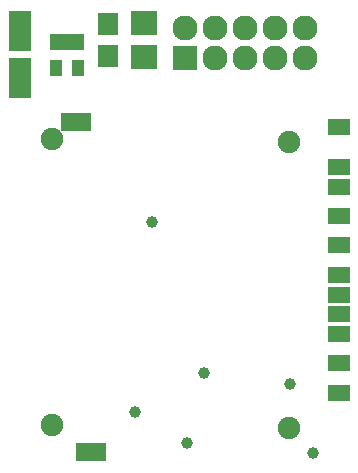
<source format=gts>
G04 #@! TF.FileFunction,Soldermask,Top*
%FSLAX46Y46*%
G04 Gerber Fmt 4.6, Leading zero omitted, Abs format (unit mm)*
G04 Created by KiCad (PCBNEW 4.0.2-stable) date 26.07.2016 22:38:52*
%MOMM*%
G01*
G04 APERTURE LIST*
%ADD10C,0.100000*%
%ADD11C,1.000000*%
%ADD12R,1.901140X3.399740*%
%ADD13R,1.900000X1.400000*%
%ADD14R,2.600000X1.600000*%
%ADD15C,1.900000*%
%ADD16R,2.200860X1.997660*%
%ADD17R,2.127200X2.127200*%
%ADD18O,2.127200X2.127200*%
%ADD19R,1.700000X1.900000*%
%ADD20R,1.050000X1.460000*%
G04 APERTURE END LIST*
D10*
D11*
X96600000Y-131700000D03*
X90750000Y-135000000D03*
X103900000Y-132650000D03*
X105800000Y-138500000D03*
X92200000Y-118900000D03*
D12*
X81000000Y-102751020D03*
X81000000Y-106748980D03*
D13*
X108000000Y-130875000D03*
X108000000Y-128375000D03*
X108000000Y-125075000D03*
X108000000Y-123375000D03*
X108000000Y-120875000D03*
X108000000Y-118375000D03*
X108000000Y-115950000D03*
X108000000Y-114250000D03*
X108000000Y-133375000D03*
X108000000Y-126725000D03*
X108000000Y-110900000D03*
D14*
X87000000Y-138400000D03*
X85800000Y-110400000D03*
D15*
X83700000Y-136100000D03*
X83700000Y-111900000D03*
D16*
X91500000Y-104919860D03*
X91500000Y-102080140D03*
D17*
X95000000Y-105000000D03*
D18*
X95000000Y-102460000D03*
X97540000Y-105000000D03*
X97540000Y-102460000D03*
X100080000Y-105000000D03*
X100080000Y-102460000D03*
X102620000Y-105000000D03*
X102620000Y-102460000D03*
X105160000Y-105000000D03*
X105160000Y-102460000D03*
D19*
X88500000Y-102150000D03*
X88500000Y-104850000D03*
D20*
X85950000Y-103650000D03*
X85000000Y-103650000D03*
X84050000Y-103650000D03*
X84050000Y-105850000D03*
X85950000Y-105850000D03*
D15*
X103800000Y-136350000D03*
X103800000Y-112150000D03*
D11*
X95200000Y-137600000D03*
M02*

</source>
